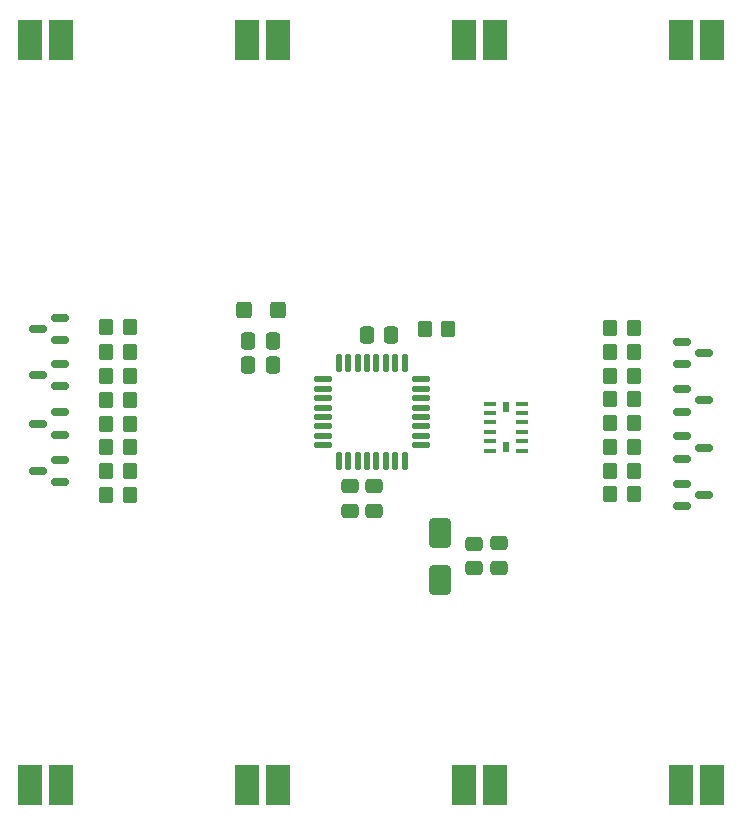
<source format=gbr>
%TF.GenerationSoftware,KiCad,Pcbnew,9.0.4*%
%TF.CreationDate,2025-11-21T11:06:10-05:00*%
%TF.ProjectId,merged_lights,6d657267-6564-45f6-9c69-676874732e6b,rev?*%
%TF.SameCoordinates,Original*%
%TF.FileFunction,Paste,Top*%
%TF.FilePolarity,Positive*%
%FSLAX46Y46*%
G04 Gerber Fmt 4.6, Leading zero omitted, Abs format (unit mm)*
G04 Created by KiCad (PCBNEW 9.0.4) date 2025-11-21 11:06:10*
%MOMM*%
%LPD*%
G01*
G04 APERTURE LIST*
G04 Aperture macros list*
%AMRoundRect*
0 Rectangle with rounded corners*
0 $1 Rounding radius*
0 $2 $3 $4 $5 $6 $7 $8 $9 X,Y pos of 4 corners*
0 Add a 4 corners polygon primitive as box body*
4,1,4,$2,$3,$4,$5,$6,$7,$8,$9,$2,$3,0*
0 Add four circle primitives for the rounded corners*
1,1,$1+$1,$2,$3*
1,1,$1+$1,$4,$5*
1,1,$1+$1,$6,$7*
1,1,$1+$1,$8,$9*
0 Add four rect primitives between the rounded corners*
20,1,$1+$1,$2,$3,$4,$5,0*
20,1,$1+$1,$4,$5,$6,$7,0*
20,1,$1+$1,$6,$7,$8,$9,0*
20,1,$1+$1,$8,$9,$2,$3,0*%
G04 Aperture macros list end*
%ADD10RoundRect,0.250000X-0.475000X0.337500X-0.475000X-0.337500X0.475000X-0.337500X0.475000X0.337500X0*%
%ADD11RoundRect,0.250000X-0.650000X1.000000X-0.650000X-1.000000X0.650000X-1.000000X0.650000X1.000000X0*%
%ADD12RoundRect,0.250000X0.350000X0.450000X-0.350000X0.450000X-0.350000X-0.450000X0.350000X-0.450000X0*%
%ADD13RoundRect,0.250000X0.400000X0.450000X-0.400000X0.450000X-0.400000X-0.450000X0.400000X-0.450000X0*%
%ADD14RoundRect,0.250000X-0.350000X-0.450000X0.350000X-0.450000X0.350000X0.450000X-0.350000X0.450000X0*%
%ADD15RoundRect,0.150000X-0.587500X-0.150000X0.587500X-0.150000X0.587500X0.150000X-0.587500X0.150000X0*%
%ADD16RoundRect,0.150000X0.587500X0.150000X-0.587500X0.150000X-0.587500X-0.150000X0.587500X-0.150000X0*%
%ADD17R,1.112999X0.450000*%
%ADD18R,0.500000X0.813000*%
%ADD19RoundRect,0.250000X0.337500X0.475000X-0.337500X0.475000X-0.337500X-0.475000X0.337500X-0.475000X0*%
%ADD20RoundRect,0.137500X-0.137500X0.600000X-0.137500X-0.600000X0.137500X-0.600000X0.137500X0.600000X0*%
%ADD21RoundRect,0.137500X-0.600000X0.137500X-0.600000X-0.137500X0.600000X-0.137500X0.600000X0.137500X0*%
%ADD22RoundRect,0.250000X-0.337500X-0.475000X0.337500X-0.475000X0.337500X0.475000X-0.337500X0.475000X0*%
%ADD23R,2.100000X3.400000*%
G04 APERTURE END LIST*
D10*
%TO.C,C9*%
X57900000Y-70900000D03*
X57900000Y-68825000D03*
%TD*%
D11*
%TO.C,D10*%
X52900000Y-71900000D03*
X52900000Y-67900000D03*
%TD*%
D10*
%TO.C,C8*%
X55795858Y-70942941D03*
X55795858Y-68867941D03*
%TD*%
D12*
%TO.C,R15*%
X24600000Y-54681965D03*
X26600000Y-54681965D03*
%TD*%
D13*
%TO.C,D9*%
X36250000Y-49100000D03*
X39150000Y-49100000D03*
%TD*%
D14*
%TO.C,R1*%
X67300000Y-50617354D03*
X69300000Y-50617354D03*
%TD*%
D12*
%TO.C,R16*%
X26600000Y-50481965D03*
X24600000Y-50481965D03*
%TD*%
%TO.C,R17*%
X53600000Y-50700000D03*
X51600000Y-50700000D03*
%TD*%
D15*
%TO.C,Q2*%
X73400000Y-55767354D03*
X73400000Y-57667354D03*
X75275000Y-56717354D03*
%TD*%
D16*
%TO.C,Q8*%
X20711587Y-51631965D03*
X20711587Y-49731965D03*
X18836587Y-50681965D03*
%TD*%
D15*
%TO.C,Q1*%
X73400000Y-51767354D03*
X73400000Y-53667354D03*
X75275000Y-52717354D03*
%TD*%
D14*
%TO.C,R4*%
X67300000Y-62656529D03*
X69300000Y-62656529D03*
%TD*%
D17*
%TO.C,U2*%
X59818499Y-60981503D03*
X59818499Y-60181502D03*
X59818499Y-59381501D03*
X59818499Y-58581503D03*
X59818499Y-57781502D03*
X59818499Y-56981503D03*
D18*
X58450000Y-57263004D03*
D17*
X57081501Y-56981501D03*
X57081501Y-57781502D03*
X57081501Y-58581503D03*
X57081501Y-59381501D03*
X57081501Y-60181502D03*
X57081501Y-60981501D03*
D18*
X58450000Y-60700000D03*
%TD*%
D15*
%TO.C,Q4*%
X73400000Y-63767354D03*
X73400000Y-65667354D03*
X75275000Y-64717354D03*
%TD*%
D10*
%TO.C,C5*%
X47300000Y-63979854D03*
X47300000Y-66054854D03*
%TD*%
D16*
%TO.C,Q5*%
X20711587Y-63631965D03*
X20711587Y-61731965D03*
X18836587Y-62681965D03*
%TD*%
D14*
%TO.C,R2*%
X67300000Y-54630412D03*
X69300000Y-54630412D03*
%TD*%
D12*
%TO.C,R13*%
X26600000Y-62681965D03*
X24600000Y-62681965D03*
%TD*%
D16*
%TO.C,Q6*%
X20711587Y-59631965D03*
X20711587Y-57731965D03*
X18836587Y-58681965D03*
%TD*%
D14*
%TO.C,R7*%
X67300000Y-60650000D03*
X69300000Y-60650000D03*
%TD*%
D12*
%TO.C,R10*%
X26600000Y-60681965D03*
X24600000Y-60681965D03*
%TD*%
D19*
%TO.C,C11*%
X38737500Y-53743864D03*
X36662500Y-53743864D03*
%TD*%
D15*
%TO.C,Q3*%
X73400000Y-59767354D03*
X73400000Y-61667354D03*
X75275000Y-60717354D03*
%TD*%
D12*
%TO.C,R9*%
X26600000Y-64681965D03*
X24600000Y-64681965D03*
%TD*%
D14*
%TO.C,R8*%
X67314021Y-64663058D03*
X69314021Y-64663058D03*
%TD*%
D20*
%TO.C,U1*%
X49900000Y-53554854D03*
X49100000Y-53554854D03*
X48300000Y-53554854D03*
X47500000Y-53554854D03*
X46700000Y-53554854D03*
X45900000Y-53554854D03*
X45100000Y-53554854D03*
X44300000Y-53554854D03*
D21*
X42937500Y-54917354D03*
X42937500Y-55717354D03*
X42937500Y-56517354D03*
X42937500Y-57317354D03*
X42937500Y-58117354D03*
X42937500Y-58917354D03*
X42937500Y-59717354D03*
X42937500Y-60517354D03*
D20*
X44300000Y-61879854D03*
X45100000Y-61879854D03*
X45900000Y-61879854D03*
X46700000Y-61879854D03*
X47500000Y-61879854D03*
X48300000Y-61879854D03*
X49100000Y-61879854D03*
X49900000Y-61879854D03*
D21*
X51262500Y-60517354D03*
X51262500Y-59717354D03*
X51262500Y-58917354D03*
X51262500Y-58117354D03*
X51262500Y-57317354D03*
X51262500Y-56517354D03*
X51262500Y-55717354D03*
X51262500Y-54917354D03*
%TD*%
D14*
%TO.C,R3*%
X67300000Y-58643471D03*
X69300000Y-58643471D03*
%TD*%
D22*
%TO.C,C1*%
X46662500Y-51200000D03*
X48737500Y-51200000D03*
%TD*%
D12*
%TO.C,R14*%
X26600000Y-58681965D03*
X24600000Y-58681965D03*
%TD*%
D19*
%TO.C,C12*%
X38737500Y-51700000D03*
X36662500Y-51700000D03*
%TD*%
D14*
%TO.C,R6*%
X67300000Y-56636941D03*
X69300000Y-56636941D03*
%TD*%
D16*
%TO.C,Q7*%
X20711587Y-55531965D03*
X20711587Y-53631965D03*
X18836587Y-54581965D03*
%TD*%
D12*
%TO.C,R12*%
X26600000Y-52581965D03*
X24600000Y-52581965D03*
%TD*%
D10*
%TO.C,C2*%
X45300000Y-63979854D03*
X45300000Y-66054854D03*
%TD*%
D12*
%TO.C,R11*%
X26600000Y-56681965D03*
X24600000Y-56681965D03*
%TD*%
D14*
%TO.C,R5*%
X67300000Y-52623883D03*
X69300000Y-52623883D03*
%TD*%
D23*
%TO.C,D2*%
X57575000Y-89300000D03*
X54925000Y-89300000D03*
%TD*%
%TO.C,D3*%
X39200000Y-89300000D03*
X36550000Y-89300000D03*
%TD*%
%TO.C,D1*%
X75950000Y-89300000D03*
X73300000Y-89300000D03*
%TD*%
%TO.C,D4*%
X20825000Y-89300000D03*
X18175000Y-89300000D03*
%TD*%
%TO.C,D5*%
X73300000Y-26200000D03*
X75950000Y-26200000D03*
%TD*%
%TO.C,D6*%
X54925000Y-26200000D03*
X57575000Y-26200000D03*
%TD*%
%TO.C,D7*%
X36550000Y-26200000D03*
X39200000Y-26200000D03*
%TD*%
%TO.C,D8*%
X18175000Y-26200000D03*
X20825000Y-26200000D03*
%TD*%
M02*

</source>
